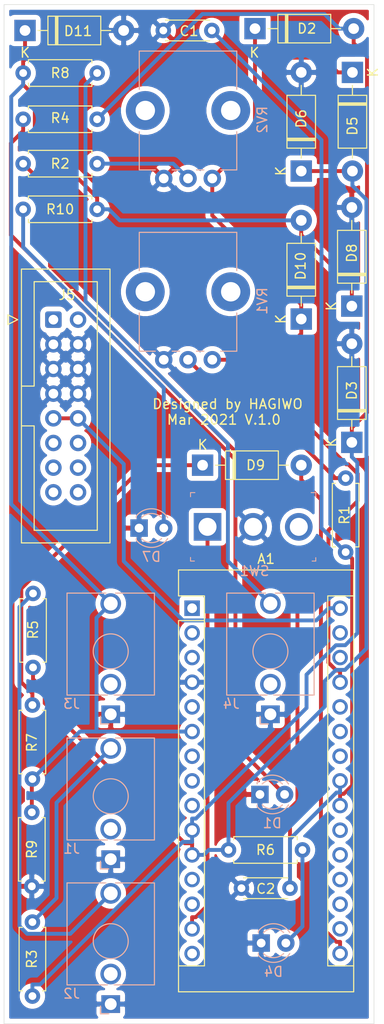
<source format=kicad_pcb>
(kicad_pcb (version 20171130) (host pcbnew "(5.1.6)-1")
  (layers (0 F.Cu signal) (31 B.Cu signal) (34 B.Paste user) (35 F.Paste user) (36 B.SilkS user) (37 F.SilkS user) (38 B.Mask user) (39 F.Mask user) (44 Edge.Cuts user))
  (net 0 "")
  (net 1 "Net-(A1-Pad16)")
  (net 2 "Net-(A1-Pad15)")
  (net 3 12V)
  (net 4 "Net-(A1-Pad14)")
  (net 5 "Net-(A1-Pad29)")
  (net 6 "Net-(A1-Pad13)")
  (net 7 "Net-(A1-Pad28)")
  (net 8 "Net-(A1-Pad12)")
  (net 9 5V)
  (net 10 "Net-(A1-Pad11)")
  (net 11 "Net-(A1-Pad26)")
  (net 12 "Net-(A1-Pad10)")
  (net 13 "Net-(A1-Pad25)")
  (net 14 "Net-(A1-Pad9)")
  (net 15 "Net-(A1-Pad24)")
  (net 16 "Net-(A1-Pad8)")
  (net 17 "Net-(A1-Pad23)")
  (net 18 "Net-(A1-Pad7)")
  (net 19 "Net-(A1-Pad22)")
  (net 20 "Net-(A1-Pad6)")
  (net 21 "Net-(A1-Pad21)")
  (net 22 "Net-(A1-Pad5)")
  (net 23 "Net-(A1-Pad20)")
  (net 24 GND)
  (net 25 "Net-(A1-Pad19)")
  (net 26 "Net-(A1-Pad3)")
  (net 27 "Net-(A1-Pad18)")
  (net 28 "Net-(A1-Pad2)")
  (net 29 "Net-(A1-Pad17)")
  (net 30 "Net-(A1-Pad1)")
  (net 31 "Net-(D1-Pad2)")
  (net 32 "Net-(D4-Pad2)")
  (net 33 "Net-(D7-Pad2)")
  (net 34 "Net-(D9-Pad1)")
  (net 35 "Net-(J1-PadT)")
  (net 36 "Net-(J2-PadT)")
  (net 37 "Net-(J4-PadT)")
  (net 38 "Net-(J5-Pad16)")
  (net 39 "Net-(J5-Pad14)")
  (net 40 "Net-(J5-Pad2)")
  (net 41 "Net-(J5-Pad15)")
  (net 42 "Net-(J5-Pad13)")
  (net 43 "Net-(J5-Pad1)")
  (net 44 "Net-(R1-Pad2)")
  (net 45 "Net-(R2-Pad2)")
  (net 46 "Net-(SW1-Pad3)")
  (net 47 "Net-(J5-Pad12)")
  (net 48 "Net-(J5-Pad11)")
  (module Diode_THT:D_DO-41_SOD81_P10.16mm_Horizontal (layer F.Cu) (at 197.612 92.837 90)
    (fp_text reference D3 (at 5.334 0 90) (layer F.SilkS))
    (fp_text value BAT43)
    (fp_text user K (at 0 -2.1 90) (layer F.SilkS))
    (pad 2 thru_hole oval (at 10.16 0 90) (size 2.2 2.2) (drill 1.1) (layers *.Cu *.Mask) (net 24 GND))
    (pad 1 thru_hole rect (at 0 0 90) (size 2.2 2.2) (drill 1.1) (layers *.Cu *.Mask) (net 12 "Net-(A1-Pad10)"))
  )
  (module Module:Arduino_Nano (layer F.Cu) (at 181.166 109.918)
    (fp_text reference A1 (at 7.62 -5.08) (layer F.SilkS))
    (fp_text value Arduino_Nano_v3.x)
    (pad 16 thru_hole oval (at 15.24 35.56) (size 1.6 1.6) (drill 1) (layers *.Cu *.Mask) (net 1 "Net-(A1-Pad16)"))
    (pad 15 thru_hole oval (at 0 35.56) (size 1.6 1.6) (drill 1) (layers *.Cu *.Mask) (net 2 "Net-(A1-Pad15)"))
    (pad 30 thru_hole oval (at 15.24 0) (size 1.6 1.6) (drill 1) (layers *.Cu *.Mask) (net 3 12V))
    (pad 14 thru_hole oval (at 0 33.02) (size 1.6 1.6) (drill 1) (layers *.Cu *.Mask) (net 4 "Net-(A1-Pad14)"))
    (pad 29 thru_hole oval (at 15.24 2.54) (size 1.6 1.6) (drill 1) (layers *.Cu *.Mask) (net 5 "Net-(A1-Pad29)"))
    (pad 13 thru_hole oval (at 0 30.48) (size 1.6 1.6) (drill 1) (layers *.Cu *.Mask) (net 6 "Net-(A1-Pad13)"))
    (pad 28 thru_hole oval (at 15.24 5.08) (size 1.6 1.6) (drill 1) (layers *.Cu *.Mask) (net 7 "Net-(A1-Pad28)"))
    (pad 12 thru_hole oval (at 0 27.94) (size 1.6 1.6) (drill 1) (layers *.Cu *.Mask) (net 8 "Net-(A1-Pad12)"))
    (pad 27 thru_hole oval (at 15.24 7.62) (size 1.6 1.6) (drill 1) (layers *.Cu *.Mask) (net 9 5V))
    (pad 11 thru_hole oval (at 0 25.4) (size 1.6 1.6) (drill 1) (layers *.Cu *.Mask) (net 10 "Net-(A1-Pad11)"))
    (pad 26 thru_hole oval (at 15.24 10.16) (size 1.6 1.6) (drill 1) (layers *.Cu *.Mask) (net 11 "Net-(A1-Pad26)"))
    (pad 10 thru_hole oval (at 0 22.86) (size 1.6 1.6) (drill 1) (layers *.Cu *.Mask) (net 12 "Net-(A1-Pad10)"))
    (pad 25 thru_hole oval (at 15.24 12.7) (size 1.6 1.6) (drill 1) (layers *.Cu *.Mask) (net 13 "Net-(A1-Pad25)"))
    (pad 9 thru_hole oval (at 0 20.32) (size 1.6 1.6) (drill 1) (layers *.Cu *.Mask) (net 14 "Net-(A1-Pad9)"))
    (pad 24 thru_hole oval (at 15.24 15.24) (size 1.6 1.6) (drill 1) (layers *.Cu *.Mask) (net 15 "Net-(A1-Pad24)"))
    (pad 8 thru_hole oval (at 0 17.78) (size 1.6 1.6) (drill 1) (layers *.Cu *.Mask) (net 16 "Net-(A1-Pad8)"))
    (pad 23 thru_hole oval (at 15.24 17.78) (size 1.6 1.6) (drill 1) (layers *.Cu *.Mask) (net 17 "Net-(A1-Pad23)"))
    (pad 7 thru_hole oval (at 0 15.24) (size 1.6 1.6) (drill 1) (layers *.Cu *.Mask) (net 18 "Net-(A1-Pad7)"))
    (pad 22 thru_hole oval (at 15.24 20.32) (size 1.6 1.6) (drill 1) (layers *.Cu *.Mask) (net 19 "Net-(A1-Pad22)"))
    (pad 6 thru_hole oval (at 0 12.7) (size 1.6 1.6) (drill 1) (layers *.Cu *.Mask) (net 20 "Net-(A1-Pad6)"))
    (pad 21 thru_hole oval (at 15.24 22.86) (size 1.6 1.6) (drill 1) (layers *.Cu *.Mask) (net 21 "Net-(A1-Pad21)"))
    (pad 5 thru_hole oval (at 0 10.16) (size 1.6 1.6) (drill 1) (layers *.Cu *.Mask) (net 22 "Net-(A1-Pad5)"))
    (pad 20 thru_hole oval (at 15.24 25.4) (size 1.6 1.6) (drill 1) (layers *.Cu *.Mask) (net 23 "Net-(A1-Pad20)"))
    (pad 4 thru_hole oval (at 0 7.62) (size 1.6 1.6) (drill 1) (layers *.Cu *.Mask) (net 24 GND))
    (pad 19 thru_hole oval (at 15.24 27.94) (size 1.6 1.6) (drill 1) (layers *.Cu *.Mask) (net 25 "Net-(A1-Pad19)"))
    (pad 3 thru_hole oval (at 0 5.08) (size 1.6 1.6) (drill 1) (layers *.Cu *.Mask) (net 26 "Net-(A1-Pad3)"))
    (pad 18 thru_hole oval (at 15.24 30.48) (size 1.6 1.6) (drill 1) (layers *.Cu *.Mask) (net 27 "Net-(A1-Pad18)"))
    (pad 2 thru_hole oval (at 0 2.54) (size 1.6 1.6) (drill 1) (layers *.Cu *.Mask) (net 28 "Net-(A1-Pad2)"))
    (pad 17 thru_hole oval (at 15.24 33.02) (size 1.6 1.6) (drill 1) (layers *.Cu *.Mask) (net 29 "Net-(A1-Pad17)"))
    (pad 1 thru_hole rect (at 0 0) (size 1.6 1.6) (drill 1) (layers *.Cu *.Mask) (net 30 "Net-(A1-Pad1)"))
  )
  (module Diode_THT:D_DO-41_SOD81_P10.16mm_Horizontal (layer F.Cu) (at 197.676 54.737 270)
    (fp_text reference D5 (at 5.5245 0 90) (layer F.SilkS))
    (fp_text value BAT43)
    (fp_text user K (at 0 -2.1 90) (layer F.SilkS))
    (pad 2 thru_hole oval (at 10.16 0 270) (size 2.2 2.2) (drill 1.1) (layers *.Cu *.Mask) (net 10 "Net-(A1-Pad11)"))
    (pad 1 thru_hole rect (at 0 0 270) (size 2.2 2.2) (drill 1.1) (layers *.Cu *.Mask) (net 9 5V))
  )
  (module Diode_THT:D_DO-41_SOD81_P10.16mm_Horizontal (layer F.Cu) (at 187.642 50.2285)
    (fp_text reference D2 (at 5.334 0) (layer F.SilkS))
    (fp_text value BAT43)
    (fp_text user K (at -0.063 2.4765) (layer F.SilkS))
    (pad 2 thru_hole oval (at 10.16 0) (size 2.2 2.2) (drill 1.1) (layers *.Cu *.Mask) (net 12 "Net-(A1-Pad10)"))
    (pad 1 thru_hole rect (at 0 0) (size 2.2 2.2) (drill 1.1) (layers *.Cu *.Mask) (net 9 5V))
  )
  (module digikey-footprints:Toggle_Switch_100SP1T1B4M2QE (layer B.Cu) (at 182.752 101.536)
    (fp_text reference SW1 (at 4.84 4.55) (layer B.SilkS) (effects (justify mirror)))
    (fp_text value SW_SPDT)
    (pad 3 thru_hole circle (at 9.4 0) (size 2.85 2.85) (drill 1.85) (layers *.Cu *.Mask) (net 46 "Net-(SW1-Pad3)"))
    (pad 2 thru_hole circle (at 4.7 0) (size 2.85 2.85) (drill 1.85) (layers *.Cu *.Mask) (net 24 GND))
    (pad 1 thru_hole rect (at 0 0) (size 2.85 2.85) (drill 1.85) (layers *.Cu *.Mask) (net 4 "Net-(A1-Pad14)"))
  )
  (module Potentiometer_THT:Potentiometer_Alps_RK09K_Single_Vertical (layer B.Cu) (at 178.244 65.659 90)
    (fp_text reference RV2 (at 6.05 10.15 90) (layer B.SilkS) (effects (justify mirror)))
    (fp_text value 100K)
    (pad "" np_thru_hole circle (at 7 -1.9 90) (size 4 4) (drill 2) (layers *.Cu *.Mask))
    (pad "" np_thru_hole circle (at 7 6.9 90) (size 4 4) (drill 2) (layers *.Cu *.Mask))
    (pad 1 thru_hole circle (at 0 0 90) (size 1.8 1.8) (drill 1) (layers *.Cu *.Mask) (net 24 GND))
    (pad 2 thru_hole circle (at 0 2.5 90) (size 1.8 1.8) (drill 1) (layers *.Cu *.Mask) (net 45 "Net-(R2-Pad2)"))
    (pad 3 thru_hole circle (at 0 5 90) (size 1.8 1.8) (drill 1) (layers *.Cu *.Mask) (net 9 5V))
  )
  (module Potentiometer_THT:Potentiometer_Alps_RK09K_Single_Vertical (layer B.Cu) (at 178.244 84.328 90)
    (fp_text reference RV1 (at 6.05 10.15 90) (layer B.SilkS) (effects (justify mirror)))
    (fp_text value 100K)
    (pad "" np_thru_hole circle (at 7 -1.9 90) (size 4 4) (drill 2) (layers *.Cu *.Mask))
    (pad "" np_thru_hole circle (at 7 6.9 90) (size 4 4) (drill 2) (layers *.Cu *.Mask))
    (pad 1 thru_hole circle (at 0 0 90) (size 1.8 1.8) (drill 1) (layers *.Cu *.Mask) (net 24 GND))
    (pad 2 thru_hole circle (at 0 2.5 90) (size 1.8 1.8) (drill 1) (layers *.Cu *.Mask) (net 44 "Net-(R1-Pad2)"))
    (pad 3 thru_hole circle (at 0 5 90) (size 1.8 1.8) (drill 1) (layers *.Cu *.Mask) (net 9 5V))
  )
  (module Resistor_THT:R_Axial_DIN0207_L6.3mm_D2.5mm_P7.62mm_Horizontal (layer F.Cu) (at 163.766 68.834)
    (fp_text reference R10 (at 3.81 0) (layer F.SilkS))
    (fp_text value 22K)
    (pad 2 thru_hole oval (at 7.62 0) (size 1.6 1.6) (drill 0.8) (layers *.Cu *.Mask) (net 20 "Net-(A1-Pad6)"))
    (pad 1 thru_hole circle (at 0 0) (size 1.6 1.6) (drill 0.8) (layers *.Cu *.Mask) (net 33 "Net-(D7-Pad2)"))
  )
  (module Resistor_THT:R_Axial_DIN0207_L6.3mm_D2.5mm_P7.62mm_Horizontal (layer F.Cu) (at 164.656 130.937 270)
    (fp_text reference R9 (at 3.81 0 90) (layer F.SilkS))
    (fp_text value 22K)
    (pad 2 thru_hole oval (at 7.62 0 270) (size 1.6 1.6) (drill 0.8) (layers *.Cu *.Mask) (net 24 GND))
    (pad 1 thru_hole circle (at 0 0 270) (size 1.6 1.6) (drill 0.8) (layers *.Cu *.Mask) (net 20 "Net-(A1-Pad6)"))
  )
  (module Resistor_THT:R_Axial_DIN0207_L6.3mm_D2.5mm_P7.62mm_Horizontal (layer F.Cu) (at 171.386 54.8005 180)
    (fp_text reference R8 (at 3.81 0) (layer F.SilkS))
    (fp_text value 470R)
    (pad 2 thru_hole oval (at 7.62 0 180) (size 1.6 1.6) (drill 0.8) (layers *.Cu *.Mask) (net 20 "Net-(A1-Pad6)"))
    (pad 1 thru_hole circle (at 0 0 180) (size 1.6 1.6) (drill 0.8) (layers *.Cu *.Mask) (net 37 "Net-(J4-PadT)"))
  )
  (module Resistor_THT:R_Axial_DIN0207_L6.3mm_D2.5mm_P7.62mm_Horizontal (layer F.Cu) (at 164.719 127.508 90)
    (fp_text reference R7 (at 3.7465 -0.0635 90) (layer F.SilkS))
    (fp_text value 470R)
    (pad 2 thru_hole oval (at 7.62 0 90) (size 1.6 1.6) (drill 0.8) (layers *.Cu *.Mask) (net 34 "Net-(D9-Pad1)"))
    (pad 1 thru_hole circle (at 0 0 90) (size 1.6 1.6) (drill 0.8) (layers *.Cu *.Mask) (net 20 "Net-(A1-Pad6)"))
  )
  (module Resistor_THT:R_Axial_DIN0207_L6.3mm_D2.5mm_P7.62mm_Horizontal (layer F.Cu) (at 184.912 134.81)
    (fp_text reference R6 (at 3.81 0.0005) (layer F.SilkS))
    (fp_text value 22K)
    (pad 2 thru_hole oval (at 7.62 0) (size 1.6 1.6) (drill 0.8) (layers *.Cu *.Mask) (net 32 "Net-(D4-Pad2)"))
    (pad 1 thru_hole circle (at 0 0) (size 1.6 1.6) (drill 0.8) (layers *.Cu *.Mask) (net 10 "Net-(A1-Pad11)"))
  )
  (module Resistor_THT:R_Axial_DIN0207_L6.3mm_D2.5mm_P7.62mm_Horizontal (layer F.Cu) (at 164.782 108.394 270)
    (fp_text reference R5 (at 3.7465 0 90) (layer F.SilkS))
    (fp_text value 470R)
    (pad 2 thru_hole oval (at 7.62 0 270) (size 1.6 1.6) (drill 0.8) (layers *.Cu *.Mask) (net 10 "Net-(A1-Pad11)"))
    (pad 1 thru_hole circle (at 0 0 270) (size 1.6 1.6) (drill 0.8) (layers *.Cu *.Mask) (net 36 "Net-(J2-PadT)"))
  )
  (module Resistor_THT:R_Axial_DIN0207_L6.3mm_D2.5mm_P7.62mm_Horizontal (layer F.Cu) (at 171.386 59.563 180)
    (fp_text reference R4 (at 3.81 0.127) (layer F.SilkS))
    (fp_text value 22K)
    (pad 2 thru_hole oval (at 7.62 0 180) (size 1.6 1.6) (drill 0.8) (layers *.Cu *.Mask) (net 31 "Net-(D1-Pad2)"))
    (pad 1 thru_hole circle (at 0 0 180) (size 1.6 1.6) (drill 0.8) (layers *.Cu *.Mask) (net 12 "Net-(A1-Pad10)"))
  )
  (module Resistor_THT:R_Axial_DIN0207_L6.3mm_D2.5mm_P7.62mm_Horizontal (layer F.Cu) (at 164.719 142.24 270)
    (fp_text reference R3 (at 3.81 0.0635 90) (layer F.SilkS))
    (fp_text value 470R)
    (pad 2 thru_hole oval (at 7.62 0 270) (size 1.6 1.6) (drill 0.8) (layers *.Cu *.Mask) (net 12 "Net-(A1-Pad10)"))
    (pad 1 thru_hole circle (at 0 0 270) (size 1.6 1.6) (drill 0.8) (layers *.Cu *.Mask) (net 35 "Net-(J1-PadT)"))
  )
  (module Resistor_THT:R_Axial_DIN0207_L6.3mm_D2.5mm_P7.62mm_Horizontal (layer F.Cu) (at 163.766 64.135)
    (fp_text reference R2 (at 3.81 0) (layer F.SilkS))
    (fp_text value 470R)
    (pad 2 thru_hole oval (at 7.62 0) (size 1.6 1.6) (drill 0.8) (layers *.Cu *.Mask) (net 45 "Net-(R2-Pad2)"))
    (pad 1 thru_hole circle (at 0 0) (size 1.6 1.6) (drill 0.8) (layers *.Cu *.Mask) (net 17 "Net-(A1-Pad23)"))
  )
  (module Resistor_THT:R_Axial_DIN0207_L6.3mm_D2.5mm_P7.62mm_Horizontal (layer F.Cu) (at 196.977 104.14 90)
    (fp_text reference R1 (at 3.81 -0.127 90) (layer F.SilkS))
    (fp_text value 470R)
    (pad 2 thru_hole oval (at 7.62 0 90) (size 1.6 1.6) (drill 0.8) (layers *.Cu *.Mask) (net 44 "Net-(R1-Pad2)"))
    (pad 1 thru_hole circle (at 0 0 90) (size 1.6 1.6) (drill 0.8) (layers *.Cu *.Mask) (net 19 "Net-(A1-Pad22)"))
  )
  (module Connector_IDC:IDC-Header_2x08_P2.54mm_Vertical (layer F.Cu) (at 166.878 80.2005)
    (fp_text reference J5 (at 1.397 -2.54) (layer F.SilkS))
    (fp_text value Conn_01x16_Male)
    (pad 16 thru_hole circle (at 2.54 17.78) (size 1.7 1.7) (drill 1) (layers *.Cu *.Mask) (net 38 "Net-(J5-Pad16)"))
    (pad 14 thru_hole circle (at 2.54 15.24) (size 1.7 1.7) (drill 1) (layers *.Cu *.Mask) (net 39 "Net-(J5-Pad14)"))
    (pad 12 thru_hole circle (at 2.54 12.7) (size 1.7 1.7) (drill 1) (layers *.Cu *.Mask) (net 47 "Net-(J5-Pad12)"))
    (pad 10 thru_hole circle (at 2.54 10.16) (size 1.7 1.7) (drill 1) (layers *.Cu *.Mask) (net 3 12V))
    (pad 8 thru_hole circle (at 2.54 7.62) (size 1.7 1.7) (drill 1) (layers *.Cu *.Mask) (net 24 GND))
    (pad 6 thru_hole circle (at 2.54 5.08) (size 1.7 1.7) (drill 1) (layers *.Cu *.Mask) (net 24 GND))
    (pad 4 thru_hole circle (at 2.54 2.54) (size 1.7 1.7) (drill 1) (layers *.Cu *.Mask) (net 24 GND))
    (pad 2 thru_hole circle (at 2.54 0) (size 1.7 1.7) (drill 1) (layers *.Cu *.Mask) (net 40 "Net-(J5-Pad2)"))
    (pad 15 thru_hole circle (at 0 17.78) (size 1.7 1.7) (drill 1) (layers *.Cu *.Mask) (net 41 "Net-(J5-Pad15)"))
    (pad 13 thru_hole circle (at 0 15.24) (size 1.7 1.7) (drill 1) (layers *.Cu *.Mask) (net 42 "Net-(J5-Pad13)"))
    (pad 11 thru_hole circle (at 0 12.7) (size 1.7 1.7) (drill 1) (layers *.Cu *.Mask) (net 48 "Net-(J5-Pad11)"))
    (pad 9 thru_hole circle (at 0 10.16) (size 1.7 1.7) (drill 1) (layers *.Cu *.Mask) (net 3 12V))
    (pad 7 thru_hole circle (at 0 7.62) (size 1.7 1.7) (drill 1) (layers *.Cu *.Mask) (net 24 GND))
    (pad 5 thru_hole circle (at 0 5.08) (size 1.7 1.7) (drill 1) (layers *.Cu *.Mask) (net 24 GND))
    (pad 3 thru_hole circle (at 0 2.54) (size 1.7 1.7) (drill 1) (layers *.Cu *.Mask) (net 24 GND))
    (pad 1 thru_hole roundrect (at 0 0) (size 1.7 1.7) (drill 1) (layers *.Cu *.Mask) (roundrect_rratio 0.147059) (net 43 "Net-(J5-Pad1)"))
  )
  (module Connector_Audio:Jack_3.5mm_QingPu_WQP-PJ398SM_Vertical_CircularHoles (layer B.Cu) (at 189.23 120.84)
    (fp_text reference J4 (at -4.03 -1.08 -180) (layer B.SilkS) (effects (justify mirror)))
    (fp_text value "EXTERNAL CLOCK IN")
    (pad T thru_hole circle (at 0 -11.4 180) (size 2.13 2.13) (drill 1.43) (layers *.Cu *.Mask) (net 37 "Net-(J4-PadT)"))
    (pad S thru_hole rect (at 0 0 180) (size 1.93 1.83) (drill 1.22) (layers *.Cu *.Mask) (net 24 GND))
    (pad TN thru_hole circle (at 0 -3.1 180) (size 2.13 2.13) (drill 1.42) (layers *.Cu *.Mask))
  )
  (module Connector_Audio:Jack_3.5mm_QingPu_WQP-PJ398SM_Vertical_CircularHoles (layer B.Cu) (at 172.784 120.84)
    (fp_text reference J3 (at -4.03 -1.08 -180) (layer B.SilkS) (effects (justify mirror)))
    (fp_text value "MASTER CLOCK OUT")
    (pad T thru_hole circle (at 0 -11.4 180) (size 2.13 2.13) (drill 1.43) (layers *.Cu *.Mask) (net 20 "Net-(A1-Pad6)"))
    (pad S thru_hole rect (at 0 0 180) (size 1.93 1.83) (drill 1.22) (layers *.Cu *.Mask) (net 24 GND))
    (pad TN thru_hole circle (at 0 -3.1 180) (size 2.13 2.13) (drill 1.42) (layers *.Cu *.Mask))
  )
  (module Connector_Audio:Jack_3.5mm_QingPu_WQP-PJ398SM_Vertical_CircularHoles (layer B.Cu) (at 172.784 150.686)
    (fp_text reference J2 (at -4.03 -1.08 -180) (layer B.SilkS) (effects (justify mirror)))
    (fp_text value "GATE OUT2")
    (pad T thru_hole circle (at 0 -11.4 180) (size 2.13 2.13) (drill 1.43) (layers *.Cu *.Mask) (net 36 "Net-(J2-PadT)"))
    (pad S thru_hole rect (at 0 0 180) (size 1.93 1.83) (drill 1.22) (layers *.Cu *.Mask) (net 24 GND))
    (pad TN thru_hole circle (at 0 -3.1 180) (size 2.13 2.13) (drill 1.42) (layers *.Cu *.Mask))
  )
  (module Connector_Audio:Jack_3.5mm_QingPu_WQP-PJ398SM_Vertical_CircularHoles (layer B.Cu) (at 172.784 135.763)
    (fp_text reference J1 (at -4.03 -1.08 -180) (layer B.SilkS) (effects (justify mirror)))
    (fp_text value "GATE OUT1")
    (pad T thru_hole circle (at 0 -11.4 180) (size 2.13 2.13) (drill 1.43) (layers *.Cu *.Mask) (net 35 "Net-(J1-PadT)"))
    (pad S thru_hole rect (at 0 0 180) (size 1.93 1.83) (drill 1.22) (layers *.Cu *.Mask) (net 24 GND))
    (pad TN thru_hole circle (at 0 -3.1 180) (size 2.13 2.13) (drill 1.42) (layers *.Cu *.Mask))
  )
  (module Diode_THT:D_DO-41_SOD81_P10.16mm_Horizontal (layer F.Cu) (at 163.957 50.419)
    (fp_text reference D11 (at 5.461 0.0635) (layer F.SilkS))
    (fp_text value BAT43)
    (fp_text user K (at 0 2.286) (layer F.SilkS))
    (pad 2 thru_hole oval (at 10.16 0) (size 2.2 2.2) (drill 1.1) (layers *.Cu *.Mask) (net 24 GND))
    (pad 1 thru_hole rect (at 0 0) (size 2.2 2.2) (drill 1.1) (layers *.Cu *.Mask) (net 20 "Net-(A1-Pad6)"))
  )
  (module Diode_THT:D_DO-41_SOD81_P10.16mm_Horizontal (layer F.Cu) (at 192.405 80.137 90)
    (fp_text reference D10 (at 5.461 -0.0635 90) (layer F.SilkS))
    (fp_text value BAT43)
    (fp_text user K (at 0 -2.1 90) (layer F.SilkS))
    (pad 2 thru_hole oval (at 10.16 0 90) (size 2.2 2.2) (drill 1.1) (layers *.Cu *.Mask) (net 20 "Net-(A1-Pad6)"))
    (pad 1 thru_hole rect (at 0 0 90) (size 2.2 2.2) (drill 1.1) (layers *.Cu *.Mask) (net 9 5V))
  )
  (module Diode_THT:D_DO-41_SOD81_P10.16mm_Horizontal (layer F.Cu) (at 182.245 95.1865)
    (fp_text reference D9 (at 5.461 0) (layer F.SilkS))
    (fp_text value D)
    (fp_text user K (at 0 -2.1) (layer F.SilkS))
    (pad 2 thru_hole oval (at 10.16 0) (size 2.2 2.2) (drill 1.1) (layers *.Cu *.Mask) (net 1 "Net-(A1-Pad16)"))
    (pad 1 thru_hole rect (at 0 0) (size 2.2 2.2) (drill 1.1) (layers *.Cu *.Mask) (net 34 "Net-(D9-Pad1)"))
  )
  (module Diode_THT:D_DO-41_SOD81_P10.16mm_Horizontal (layer F.Cu) (at 197.612 78.8035 90)
    (fp_text reference D8 (at 5.461 0 90) (layer F.SilkS))
    (fp_text value BAT43)
    (fp_text user K (at 0 -2.1 90) (layer F.SilkS))
    (pad 2 thru_hole oval (at 10.16 0 90) (size 2.2 2.2) (drill 1.1) (layers *.Cu *.Mask) (net 24 GND))
    (pad 1 thru_hole rect (at 0 0 90) (size 2.2 2.2) (drill 1.1) (layers *.Cu *.Mask) (net 20 "Net-(A1-Pad6)"))
  )
  (module LED_THT:LED_D3.0mm (layer B.Cu) (at 175.704 101.664)
    (fp_text reference D7 (at 1.27 2.96) (layer B.SilkS) (effects (justify mirror)))
    (fp_text value LED)
    (pad 2 thru_hole circle (at 2.54 0) (size 1.8 1.8) (drill 0.9) (layers *.Cu *.Mask) (net 33 "Net-(D7-Pad2)"))
    (pad 1 thru_hole rect (at 0 0) (size 1.8 1.8) (drill 0.9) (layers *.Cu *.Mask) (net 24 GND))
  )
  (module Diode_THT:D_DO-41_SOD81_P10.16mm_Horizontal (layer F.Cu) (at 192.405 64.897 90)
    (fp_text reference D6 (at 5.3975 0 90) (layer F.SilkS))
    (fp_text value BAT43)
    (fp_text user K (at 0 -2.1 90) (layer F.SilkS))
    (pad 2 thru_hole oval (at 10.16 0 90) (size 2.2 2.2) (drill 1.1) (layers *.Cu *.Mask) (net 24 GND))
    (pad 1 thru_hole rect (at 0 0 90) (size 2.2 2.2) (drill 1.1) (layers *.Cu *.Mask) (net 10 "Net-(A1-Pad11)"))
  )
  (module LED_THT:LED_D3.0mm (layer B.Cu) (at 188.278 144.399)
    (fp_text reference D4 (at 1.27 2.96) (layer B.SilkS) (effects (justify mirror)))
    (fp_text value LED)
    (pad 2 thru_hole circle (at 2.54 0) (size 1.8 1.8) (drill 0.9) (layers *.Cu *.Mask) (net 32 "Net-(D4-Pad2)"))
    (pad 1 thru_hole rect (at 0 0) (size 1.8 1.8) (drill 0.9) (layers *.Cu *.Mask) (net 24 GND))
  )
  (module LED_THT:LED_D3.0mm (layer B.Cu) (at 188.15 129.096)
    (fp_text reference D1 (at 1.27 2.96) (layer B.SilkS) (effects (justify mirror)))
    (fp_text value LED)
    (pad 2 thru_hole circle (at 2.54 0) (size 1.8 1.8) (drill 0.9) (layers *.Cu *.Mask) (net 31 "Net-(D1-Pad2)"))
    (pad 1 thru_hole rect (at 0 0) (size 1.8 1.8) (drill 0.9) (layers *.Cu *.Mask) (net 24 GND))
  )
  (module Capacitor_THT:C_Disc_D4.3mm_W1.9mm_P5.00mm (layer F.Cu) (at 186.246 138.748)
    (fp_text reference C2 (at 2.5 0.063) (layer F.SilkS))
    (fp_text value 220pF)
    (pad 2 thru_hole circle (at 5 0) (size 1.6 1.6) (drill 0.8) (layers *.Cu *.Mask) (net 17 "Net-(A1-Pad23)"))
    (pad 1 thru_hole circle (at 0 0) (size 1.6 1.6) (drill 0.8) (layers *.Cu *.Mask) (net 24 GND))
  )
  (module Capacitor_THT:C_Disc_D4.3mm_W1.9mm_P5.00mm (layer F.Cu) (at 183.198 50.419 180)
    (fp_text reference C1 (at 2.3495 -0.0635) (layer F.SilkS))
    (fp_text value 220pF)
    (pad 2 thru_hole circle (at 5 0 180) (size 1.6 1.6) (drill 0.8) (layers *.Cu *.Mask) (net 24 GND))
    (pad 1 thru_hole circle (at 0 0 180) (size 1.6 1.6) (drill 0.8) (layers *.Cu *.Mask) (net 19 "Net-(A1-Pad22)"))
  )
  (gr_text " Designed by HAGIWO\nMar 2021 V.1.0" (at 184.43686 89.69902) (layer F.SilkS) (effects (font (size 1 1))))
  (gr_line (start 161.798 152.7175) (end 161.798 47.752) (layer Edge.Cuts) (width 0.05))
  (gr_line (start 199.898 152.7175) (end 161.798 152.7175) (layer Edge.Cuts) (width 0.05))
  (gr_line (start 199.898 47.752) (end 199.898 152.7175) (layer Edge.Cuts) (width 0.05))
  (gr_line (start 161.798 47.752) (end 199.898 47.752) (layer Edge.Cuts) (width 0.05))
  (segment (start 192.405 95.1865) (end 192.405 96.6868) (width 0.4) (layer F.Cu) (net 1))
  (segment (start 196.406 145.478) (end 196.406 144.2777) (width 0.4) (layer F.Cu) (net 1))
  (segment (start 196.406 144.2777) (end 196.0309 144.2777) (width 0.4) (layer F.Cu) (net 1))
  (segment (start 196.0309 144.2777) (end 194.4321 142.6789) (width 0.4) (layer F.Cu) (net 1))
  (segment (start 194.4321 142.6789) (end 194.4321 98.7139) (width 0.4) (layer F.Cu) (net 1))
  (segment (start 194.4321 98.7139) (end 192.405 96.6868) (width 0.4) (layer F.Cu) (net 1))
  (segment (start 196.406 109.918) (end 195.2057 109.918) (width 0.4) (layer B.Cu) (net 3))
  (segment (start 169.418 90.3605) (end 174.1278 95.0703) (width 0.4) (layer B.Cu) (net 3))
  (segment (start 174.1278 95.0703) (end 174.1278 105.0817) (width 0.4) (layer B.Cu) (net 3))
  (segment (start 174.1278 105.0817) (end 180.22 111.1739) (width 0.4) (layer B.Cu) (net 3))
  (segment (start 180.22 111.1739) (end 193.9498 111.1739) (width 0.4) (layer B.Cu) (net 3))
  (segment (start 193.9498 111.1739) (end 195.2057 109.918) (width 0.4) (layer B.Cu) (net 3))
  (segment (start 166.878 90.3605) (end 169.418 90.3605) (width 0.4) (layer F.Cu) (net 3))
  (segment (start 181.166 142.938) (end 181.166 141.7377) (width 0.4) (layer F.Cu) (net 4))
  (segment (start 182.752 101.536) (end 182.752 140.5247) (width 0.4) (layer F.Cu) (net 4))
  (segment (start 182.752 140.5247) (end 181.539 141.7377) (width 0.4) (layer F.Cu) (net 4))
  (segment (start 181.539 141.7377) (end 181.166 141.7377) (width 0.4) (layer F.Cu) (net 4))
  (segment (start 192.405 80.137) (end 192.405 81.6373) (width 0.4) (layer F.Cu) (net 9))
  (segment (start 189.92 84.328) (end 189.92 87.9778) (width 0.4) (layer F.Cu) (net 9))
  (segment (start 189.92 87.9778) (end 197.0387 95.0965) (width 0.4) (layer F.Cu) (net 9))
  (segment (start 197.0387 95.0965) (end 197.2522 95.0965) (width 0.4) (layer F.Cu) (net 9))
  (segment (start 197.2522 95.0965) (end 198.2241 96.0684) (width 0.4) (layer F.Cu) (net 9))
  (segment (start 198.2241 96.0684) (end 198.2241 98.8638) (width 0.4) (layer F.Cu) (net 9))
  (segment (start 198.2241 98.8638) (end 195.2053 101.8826) (width 0.4) (layer F.Cu) (net 9))
  (segment (start 195.2053 101.8826) (end 195.2053 115.5101) (width 0.4) (layer F.Cu) (net 9))
  (segment (start 195.2053 115.5101) (end 196.0329 116.3377) (width 0.4) (layer F.Cu) (net 9))
  (segment (start 196.0329 116.3377) (end 196.406 116.3377) (width 0.4) (layer F.Cu) (net 9))
  (segment (start 192.405 81.6373) (end 189.92 84.1223) (width 0.4) (layer F.Cu) (net 9))
  (segment (start 189.92 84.1223) (end 189.92 84.328) (width 0.4) (layer F.Cu) (net 9))
  (segment (start 183.244 84.328) (end 189.92 84.328) (width 0.4) (layer F.Cu) (net 9))
  (segment (start 196.406 117.538) (end 196.406 116.3377) (width 0.4) (layer F.Cu) (net 9))
  (segment (start 192.405 80.137) (end 192.405 78.6367) (width 0.4) (layer F.Cu) (net 9))
  (segment (start 192.405 78.6367) (end 183.244 69.4757) (width 0.4) (layer F.Cu) (net 9))
  (segment (start 183.244 69.4757) (end 183.244 65.659) (width 0.4) (layer F.Cu) (net 9))
  (segment (start 187.642 53.2207) (end 187.642 50.2285) (width 0.4) (layer F.Cu) (net 9))
  (segment (start 183.244 65.659) (end 187.642 61.261) (width 0.4) (layer F.Cu) (net 9))
  (segment (start 187.642 61.261) (end 187.642 53.2207) (width 0.4) (layer F.Cu) (net 9))
  (segment (start 187.642 53.2207) (end 194.6594 53.2207) (width 0.4) (layer F.Cu) (net 9))
  (segment (start 194.6594 53.2207) (end 196.1757 54.737) (width 0.4) (layer F.Cu) (net 9))
  (segment (start 197.676 54.737) (end 196.1757 54.737) (width 0.4) (layer F.Cu) (net 9))
  (segment (start 181.166 135.318) (end 181.166 134.1177) (width 0.4) (layer F.Cu) (net 10))
  (segment (start 164.782 116.014) (end 164.782 117.2143) (width 0.4) (layer F.Cu) (net 10))
  (segment (start 164.782 117.2143) (end 165.9823 118.4146) (width 0.4) (layer F.Cu) (net 10))
  (segment (start 165.9823 118.4146) (end 165.9823 119.695) (width 0.4) (layer F.Cu) (net 10))
  (segment (start 165.9823 119.695) (end 180.405 134.1177) (width 0.4) (layer F.Cu) (net 10))
  (segment (start 180.405 134.1177) (end 181.166 134.1177) (width 0.4) (layer F.Cu) (net 10))
  (segment (start 184.912 134.81) (end 184.912 129.9563) (width 0.4) (layer B.Cu) (net 10))
  (segment (start 184.912 129.9563) (end 194.832 120.0363) (width 0.4) (layer B.Cu) (net 10))
  (segment (start 194.832 120.0363) (end 194.832 117.4124) (width 0.4) (layer B.Cu) (net 10))
  (segment (start 194.832 117.4124) (end 195.9764 116.268) (width 0.4) (layer B.Cu) (net 10))
  (segment (start 195.9764 116.268) (end 196.9108 116.268) (width 0.4) (layer B.Cu) (net 10))
  (segment (start 196.9108 116.268) (end 199.1195 114.0593) (width 0.4) (layer B.Cu) (net 10))
  (segment (start 199.1195 114.0593) (end 199.1195 67.8408) (width 0.4) (layer B.Cu) (net 10))
  (segment (start 199.1195 67.8408) (end 197.676 66.3973) (width 0.4) (layer B.Cu) (net 10))
  (segment (start 197.676 64.897) (end 197.676 66.3973) (width 0.4) (layer B.Cu) (net 10))
  (segment (start 184.912 134.81) (end 182.8743 134.81) (width 0.4) (layer B.Cu) (net 10))
  (segment (start 182.8743 134.81) (end 182.3663 135.318) (width 0.4) (layer B.Cu) (net 10))
  (segment (start 192.405 64.897) (end 197.676 64.897) (width 0.4) (layer F.Cu) (net 10))
  (segment (start 181.166 135.318) (end 182.3663 135.318) (width 0.4) (layer B.Cu) (net 10))
  (segment (start 197.802 50.2285) (end 197.802 51.7288) (width 0.4) (layer F.Cu) (net 12))
  (segment (start 197.612 92.837) (end 197.612 91.3367) (width 0.4) (layer F.Cu) (net 12))
  (segment (start 197.612 91.3367) (end 199.1763 89.7724) (width 0.4) (layer F.Cu) (net 12))
  (segment (start 199.1763 89.7724) (end 199.1763 53.1031) (width 0.4) (layer F.Cu) (net 12))
  (segment (start 199.1763 53.1031) (end 197.802 51.7288) (width 0.4) (layer F.Cu) (net 12))
  (segment (start 181.166 132.778) (end 181.166 133.9783) (width 0.4) (layer B.Cu) (net 12))
  (segment (start 164.719 149.86) (end 164.719 148.6597) (width 0.4) (layer B.Cu) (net 12))
  (segment (start 164.719 148.6597) (end 165.5224 148.6597) (width 0.4) (layer B.Cu) (net 12))
  (segment (start 165.5224 148.6597) (end 180.2038 133.9783) (width 0.4) (layer B.Cu) (net 12))
  (segment (start 180.2038 133.9783) (end 181.166 133.9783) (width 0.4) (layer B.Cu) (net 12))
  (segment (start 197.612 92.837) (end 197.612 94.3373) (width 0.4) (layer B.Cu) (net 12))
  (segment (start 181.166 132.778) (end 181.166 131.5777) (width 0.4) (layer B.Cu) (net 12))
  (segment (start 181.166 131.5777) (end 181.5584 131.5777) (width 0.4) (layer B.Cu) (net 12))
  (segment (start 181.5584 131.5777) (end 192.9505 120.1856) (width 0.4) (layer B.Cu) (net 12))
  (segment (start 192.9505 120.1856) (end 192.9505 116.7546) (width 0.4) (layer B.Cu) (net 12))
  (segment (start 192.9505 116.7546) (end 195.9771 113.728) (width 0.4) (layer B.Cu) (net 12))
  (segment (start 195.9771 113.728) (end 196.9398 113.728) (width 0.4) (layer B.Cu) (net 12))
  (segment (start 196.9398 113.728) (end 198.1789 112.4889) (width 0.4) (layer B.Cu) (net 12))
  (segment (start 198.1789 112.4889) (end 198.1789 94.9042) (width 0.4) (layer B.Cu) (net 12))
  (segment (start 198.1789 94.9042) (end 197.612 94.3373) (width 0.4) (layer B.Cu) (net 12))
  (segment (start 197.802 50.2285) (end 196.3017 50.2285) (width 0.4) (layer B.Cu) (net 12))
  (segment (start 171.386 59.563) (end 182.2209 48.7281) (width 0.4) (layer B.Cu) (net 12))
  (segment (start 182.2209 48.7281) (end 194.8013 48.7281) (width 0.4) (layer B.Cu) (net 12))
  (segment (start 194.8013 48.7281) (end 196.3017 50.2285) (width 0.4) (layer B.Cu) (net 12))
  (segment (start 191.246 138.748) (end 191.246 130.5572) (width 0.4) (layer F.Cu) (net 17))
  (segment (start 191.246 130.5572) (end 192.0147 129.7885) (width 0.4) (layer F.Cu) (net 17))
  (segment (start 192.0147 129.7885) (end 192.0147 109.6627) (width 0.4) (layer F.Cu) (net 17))
  (segment (start 192.0147 109.6627) (end 189.764 107.412) (width 0.4) (layer F.Cu) (net 17))
  (segment (start 189.764 107.412) (end 189.764 97.906) (width 0.4) (layer F.Cu) (net 17))
  (segment (start 189.764 97.906) (end 166.5304 74.6724) (width 0.4) (layer F.Cu) (net 17))
  (segment (start 166.5304 74.6724) (end 166.5304 66.8994) (width 0.4) (layer F.Cu) (net 17))
  (segment (start 166.5304 66.8994) (end 163.766 64.135) (width 0.4) (layer F.Cu) (net 17))
  (segment (start 196.406 127.698) (end 196.406 128.8983) (width 0.4) (layer B.Cu) (net 17))
  (segment (start 191.246 138.748) (end 191.246 133.6852) (width 0.4) (layer B.Cu) (net 17))
  (segment (start 191.246 133.6852) (end 196.0329 128.8983) (width 0.4) (layer B.Cu) (net 17))
  (segment (start 196.0329 128.8983) (end 196.406 128.8983) (width 0.4) (layer B.Cu) (net 17))
  (segment (start 196.406 130.238) (end 196.406 129.0377) (width 0.4) (layer F.Cu) (net 19))
  (segment (start 196.977 104.14) (end 197.6495 104.8125) (width 0.4) (layer F.Cu) (net 19))
  (segment (start 197.6495 104.8125) (end 197.6495 128.1672) (width 0.4) (layer F.Cu) (net 19))
  (segment (start 197.6495 128.1672) (end 196.779 129.0377) (width 0.4) (layer F.Cu) (net 19))
  (segment (start 196.779 129.0377) (end 196.406 129.0377) (width 0.4) (layer F.Cu) (net 19))
  (segment (start 183.198 50.419) (end 194.4895 61.7105) (width 0.4) (layer B.Cu) (net 19))
  (segment (start 194.4895 61.7105) (end 194.4895 101.6525) (width 0.4) (layer B.Cu) (net 19))
  (segment (start 194.4895 101.6525) (end 196.977 104.14) (width 0.4) (layer B.Cu) (net 19))
  (segment (start 171.3186 122.618) (end 181.166 122.618) (width 0.4) (layer B.Cu) (net 20))
  (segment (start 164.719 127.508) (end 169.609 122.618) (width 0.4) (layer B.Cu) (net 20))
  (segment (start 169.609 122.618) (end 171.3186 122.618) (width 0.4) (layer B.Cu) (net 20))
  (segment (start 172.784 109.44) (end 171.3186 110.9054) (width 0.4) (layer B.Cu) (net 20))
  (segment (start 171.3186 110.9054) (end 171.3186 122.618) (width 0.4) (layer B.Cu) (net 20))
  (segment (start 171.386 68.834) (end 172.5863 68.834) (width 0.4) (layer B.Cu) (net 20))
  (segment (start 172.5863 68.834) (end 173.7293 69.977) (width 0.4) (layer B.Cu) (net 20))
  (segment (start 173.7293 69.977) (end 192.405 69.977) (width 0.4) (layer B.Cu) (net 20))
  (segment (start 163.766 54.8005) (end 163.766 56.0008) (width 0.4) (layer B.Cu) (net 20))
  (segment (start 163.766 56.0008) (end 162.5387 57.2281) (width 0.4) (layer B.Cu) (net 20))
  (segment (start 162.5387 57.2281) (end 162.5387 99.1947) (width 0.4) (layer B.Cu) (net 20))
  (segment (start 162.5387 99.1947) (end 172.784 109.44) (width 0.4) (layer B.Cu) (net 20))
  (segment (start 171.386 68.834) (end 171.386 67.6337) (width 0.4) (layer F.Cu) (net 20))
  (segment (start 163.766 54.8005) (end 163.766 56.0008) (width 0.4) (layer F.Cu) (net 20))
  (segment (start 163.766 56.0008) (end 164.9663 57.2011) (width 0.4) (layer F.Cu) (net 20))
  (segment (start 164.9663 57.2011) (end 164.9663 61.214) (width 0.4) (layer F.Cu) (net 20))
  (segment (start 164.9663 61.214) (end 171.386 67.6337) (width 0.4) (layer F.Cu) (net 20))
  (segment (start 163.766 54.2003) (end 163.766 54.8005) (width 0.4) (layer F.Cu) (net 20))
  (segment (start 163.766 54.2003) (end 163.766 53.6002) (width 0.4) (layer F.Cu) (net 20))
  (segment (start 192.405 69.977) (end 192.405 71.4773) (width 0.4) (layer F.Cu) (net 20))
  (segment (start 192.405 71.4773) (end 197.612 76.6843) (width 0.4) (layer F.Cu) (net 20))
  (segment (start 197.612 76.6843) (end 197.612 78.8035) (width 0.4) (layer F.Cu) (net 20))
  (segment (start 163.766 53.6002) (end 163.957 53.4092) (width 0.4) (layer F.Cu) (net 20))
  (segment (start 163.957 53.4092) (end 163.957 50.419) (width 0.4) (layer F.Cu) (net 20))
  (segment (start 164.719 127.508) (end 164.656 127.571) (width 0.4) (layer F.Cu) (net 20))
  (segment (start 164.656 127.571) (end 164.656 130.937) (width 0.4) (layer F.Cu) (net 20))
  (segment (start 163.766 59.563) (end 163.766 60.7633) (width 0.4) (layer F.Cu) (net 31))
  (segment (start 190.69 129.096) (end 185.6267 124.0327) (width 0.4) (layer F.Cu) (net 31))
  (segment (start 185.6267 124.0327) (end 185.6267 94.6178) (width 0.4) (layer F.Cu) (net 31))
  (segment (start 185.6267 94.6178) (end 162.5004 71.4915) (width 0.4) (layer F.Cu) (net 31))
  (segment (start 162.5004 71.4915) (end 162.5004 62.0289) (width 0.4) (layer F.Cu) (net 31))
  (segment (start 162.5004 62.0289) (end 163.766 60.7633) (width 0.4) (layer F.Cu) (net 31))
  (segment (start 190.818 144.399) (end 192.532 142.685) (width 0.4) (layer B.Cu) (net 32))
  (segment (start 192.532 142.685) (end 192.532 134.81) (width 0.4) (layer B.Cu) (net 32))
  (segment (start 178.244 101.664) (end 178.244 87.2083) (width 0.4) (layer B.Cu) (net 33))
  (segment (start 178.244 87.2083) (end 163.766 72.7303) (width 0.4) (layer B.Cu) (net 33))
  (segment (start 163.766 72.7303) (end 163.766 68.834) (width 0.4) (layer B.Cu) (net 33))
  (segment (start 164.719 119.888) (end 164.719 118.6877) (width 0.4) (layer F.Cu) (net 34))
  (segment (start 164.719 118.6877) (end 163.5753 117.544) (width 0.4) (layer F.Cu) (net 34))
  (segment (start 163.5753 117.544) (end 163.5753 107.8902) (width 0.4) (layer F.Cu) (net 34))
  (segment (start 163.5753 107.8902) (end 176.279 95.1865) (width 0.4) (layer F.Cu) (net 34))
  (segment (start 176.279 95.1865) (end 182.245 95.1865) (width 0.4) (layer F.Cu) (net 34))
  (segment (start 172.784 124.363) (end 167.2016 129.9454) (width 0.4) (layer B.Cu) (net 35))
  (segment (start 167.2016 129.9454) (end 167.2016 139.7574) (width 0.4) (layer B.Cu) (net 35))
  (segment (start 167.2016 139.7574) (end 164.719 142.24) (width 0.4) (layer B.Cu) (net 35))
  (segment (start 172.784 139.286) (end 168.6253 143.4447) (width 0.4) (layer B.Cu) (net 36))
  (segment (start 168.6253 143.4447) (end 164.1782 143.4447) (width 0.4) (layer B.Cu) (net 36))
  (segment (start 164.1782 143.4447) (end 163.3851 142.6516) (width 0.4) (layer B.Cu) (net 36))
  (segment (start 163.3851 142.6516) (end 163.3851 109.7909) (width 0.4) (layer B.Cu) (net 36))
  (segment (start 163.3851 109.7909) (end 164.782 108.394) (width 0.4) (layer B.Cu) (net 36))
  (segment (start 189.23 109.44) (end 184.8507 105.0607) (width 0.4) (layer B.Cu) (net 37))
  (segment (start 184.8507 105.0607) (end 184.8507 92.9658) (width 0.4) (layer B.Cu) (net 37))
  (segment (start 184.8507 92.9658) (end 170.1856 78.3007) (width 0.4) (layer B.Cu) (net 37))
  (segment (start 170.1856 78.3007) (end 170.1856 56.0009) (width 0.4) (layer B.Cu) (net 37))
  (segment (start 170.1856 56.0009) (end 171.386 54.8005) (width 0.4) (layer B.Cu) (net 37))
  (segment (start 196.977 96.52) (end 195.7767 96.52) (width 0.4) (layer F.Cu) (net 44))
  (segment (start 195.7767 96.52) (end 195.7767 96.37) (width 0.4) (layer F.Cu) (net 44))
  (segment (start 195.7767 96.37) (end 185.5589 86.1522) (width 0.4) (layer F.Cu) (net 44))
  (segment (start 185.5589 86.1522) (end 182.5682 86.1522) (width 0.4) (layer F.Cu) (net 44))
  (segment (start 182.5682 86.1522) (end 180.744 84.328) (width 0.4) (layer F.Cu) (net 44))
  (segment (start 171.386 64.135) (end 179.22 64.135) (width 0.4) (layer B.Cu) (net 45))
  (segment (start 179.22 64.135) (end 180.744 65.659) (width 0.4) (layer B.Cu) (net 45))
  (zone (net 24) (net_name GND) (layer F.Cu) (connect_pads (clearance 0.508)) (min_thickness 0.254) (fill yes (arc_segments 32) (thermal_gap 0.508) (thermal_bridge_width 0.508))
    (polygon (pts (xy 199.85 152.7) (xy 161.8 152.7) (xy 161.8 47.75) (xy 199.9 47.75)))
  )
  (zone (net 24) (net_name GND) (layer B.Cu) (connect_pads (clearance 0.508)) (min_thickness 0.254) (fill yes (arc_segments 32) (thermal_gap 0.508) (thermal_bridge_width 0.508))
    (polygon (pts (xy 199.9 152.7) (xy 161.8 152.7) (xy 161.8 47.75) (xy 199.9 47.75)))
  )
)
</source>
